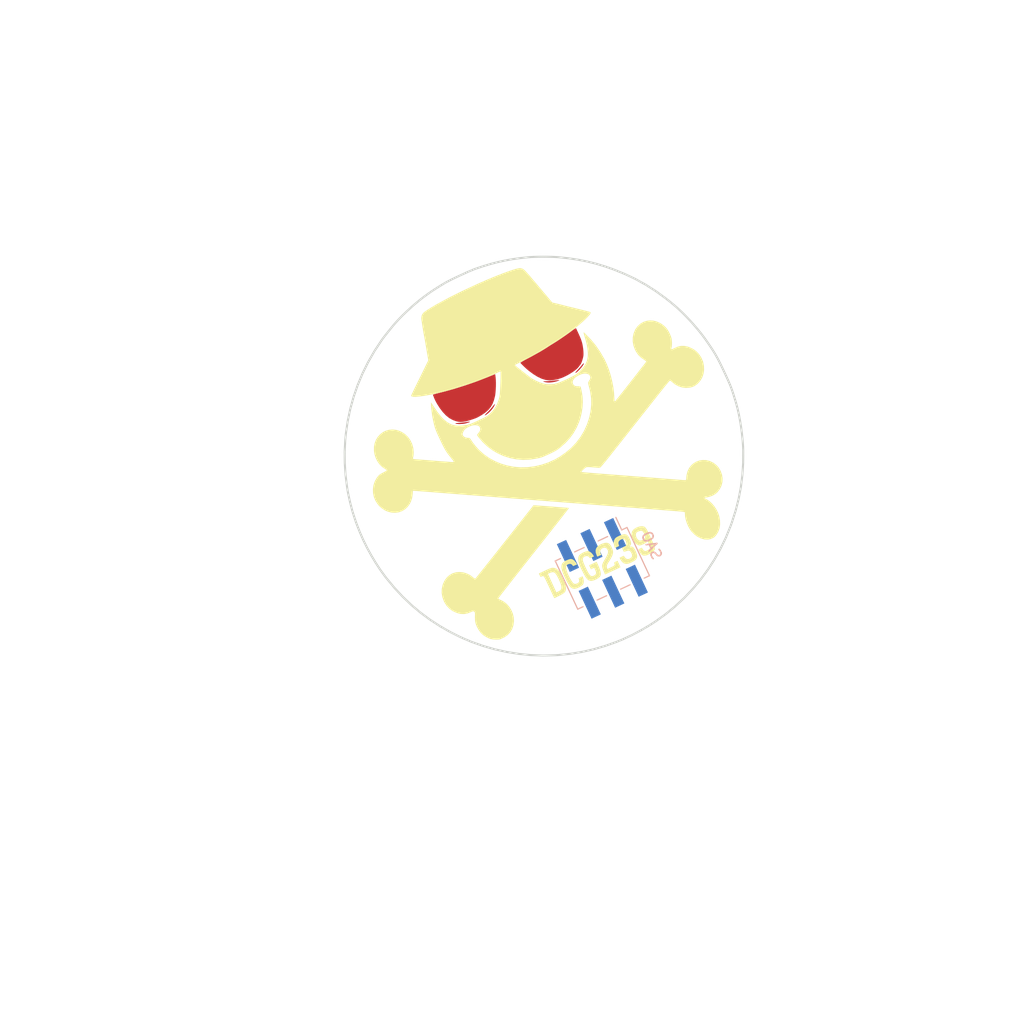
<source format=kicad_pcb>
(kicad_pcb (version 20221018) (generator pcbnew)
  (layers (0 "F.Cu" signal) (31 "B.Cu" signal) (34 "B.Paste" user) (35 "F.Paste" user) (36 "B.SilkS" user "B.Silkscreen") (37 "F.SilkS" user "F.Silkscreen") (38 "B.Mask" user) (39 "F.Mask" user) (44 "Edge.Cuts" user))
  (net 0 "")
  (footprint "LOGO" (layer "F.Cu") (at 153.11 94.55)
    (fp_text reference "G***" hide)
    (fp_text value "LOGO" hide)
    (fp_poly (pts (xy 3.911656 -9.098201) (xy 3.89456 -9.03278) (xy 3.82782 -8.910757) (xy 3.790289 -8.852718) (xy 3.692679 -8.720438) (xy 3.575337 -8.581952) (xy 3.44916 -8.447595) (xy 3.325046 -8.327702) (xy 3.213893 -8.232607) (xy 3.126597 -8.172645) (xy 3.074056 -8.158149) (xy 3.065889 -8.165743) (xy 3.084476 -8.205143) (xy 3.145929 -8.285364) (xy 3.23888 -8.392112) (xy 3.287714 -8.444737) (xy 3.42551 -8.595127) (xy 3.57025 -8.760482) (xy 3.693056 -8.907729) (xy 3.704815 -8.922443) (xy 3.81281 -9.046274) (xy 3.883081 -9.10378)) (fill solid) (layer "F.Cu"))
    (fp_poly (pts (xy -8.591371 -3.248962) (xy -8.456905 -3.266828) (xy -8.292542 -3.278581) (xy -8.083599 -3.294125) (xy -7.85762 -3.317901) (xy -7.657606 -3.345268) (xy -7.625493 -3.350592) (xy -7.472405 -3.37494) (xy -7.343215 -3.391806) (xy -7.261397 -3.398218) (xy -7.252068 -3.397928) (xy -7.227681 -3.384011) (xy -7.264306 -3.355679) (xy -7.348172 -3.318175) (xy -7.465509 -3.276742) (xy -7.602548 -3.236626) (xy -7.745519 -3.203067) (xy -7.782321 -3.195998) (xy -8.035393 -3.16339) (xy -8.288838 -3.154201) (xy -8.511579 -3.169028) (xy -8.579704 -3.18066) (xy -8.65626 -3.204688) (xy -8.658986 -3.227852)) (fill solid) (layer "F.Cu"))
    (fp_poly (pts (xy -4.784394 -5.127513) (xy -4.801509 -5.066737) (xy -4.820284 -5.010964) (xy -4.901785 -4.841652) (xy -5.034714 -4.647905) (xy -5.205645 -4.447387) (xy -5.375369 -4.28068) (xy -5.495348 -4.179721) (xy -5.608464 -4.096678) (xy -5.702235 -4.03903) (xy -5.764173 -4.014257) (xy -5.781794 -4.029839) (xy -5.778634 -4.03908) (xy -5.743249 -4.085457) (xy -5.666244 -4.169314) (xy -5.562186 -4.275004) (xy -5.526279 -4.310175) (xy -5.382721 -4.456519) (xy -5.230284 -4.62277) (xy -5.102122 -4.77275) (xy -5.000431 -4.897052) (xy -4.908831 -5.006574) (xy -4.845235 -5.079934) (xy -4.839851 -5.085816) (xy -4.796286 -5.13047)) (fill solid) (layer "F.Cu"))
    (fp_poly (pts (xy -0.033426 -7.340068) (xy 0.064338 -7.347432) (xy 0.202065 -7.351642) (xy 0.249901 -7.352114) (xy 0.421033 -7.358437) (xy 0.637625 -7.374279) (xy 0.868774 -7.397064) (xy 1.036596 -7.417637) (xy 1.21724 -7.440863) (xy 1.3671 -7.457736) (xy 1.471279 -7.466748) (xy 1.514877 -7.466395) (xy 1.515278 -7.465975) (xy 1.490409 -7.437117) (xy 1.40752 -7.397226) (xy 1.283983 -7.352416) (xy 1.137173 -7.3088) (xy 0.984466 -7.272492) (xy 0.942237 -7.264326) (xy 0.764281 -7.238765) (xy 0.580077 -7.223) (xy 0.446292 -7.220309) (xy 0.309136 -7.230859) (xy 0.168897 -7.251266) (xy 0.045321 -7.277325) (xy -0.041849 -7.304834) (xy -0.072866 -7.329586) (xy -0.072549 -7.330787)) (fill solid) (layer "F.Cu"))
    (fp_poly (pts (xy -10.686588 -6.088842) (xy -10.586504 -6.117395) (xy -10.430365 -6.159239) (xy -10.237243 -6.209374) (xy -10.02621 -6.262802) (xy -9.960625 -6.27913) (xy -8.89003 -6.567567) (xy -7.783004 -6.910345) (xy -6.653222 -7.302919) (xy -5.514361 -7.740742) (xy -5.297771 -7.828796) (xy -5.112342 -7.904209) (xy -4.954842 -7.967058) (xy -4.837831 -8.012427) (xy -4.773863 -8.035398) (xy -4.765701 -8.037078) (xy -4.759413 -7.997668) (xy -4.746068 -7.90002) (xy -4.728166 -7.762624) (xy -4.72165 -7.711434) (xy -4.701102 -7.466594) (xy -4.692865 -7.173493) (xy -4.696146 -6.855056) (xy -4.710149 -6.534207) (xy -4.734078 -6.233869) (xy -4.767139 -5.97697) (xy -4.785198 -5.879675) (xy -4.890173 -5.473659) (xy -5.025585 -5.124763) (xy -5.200092 -4.821318) (xy -5.422351 -4.551658) (xy -5.701017 -4.304114) (xy -6.044749 -4.06702) (xy -6.198636 -3.974677) (xy -6.353792 -3.885062) (xy -6.467861 -3.822078) (xy -6.564969 -3.774637) (xy -6.66924 -3.73165) (xy -6.804802 -3.682027) (xy -6.936328 -3.635611) (xy -7.308077 -3.512574) (xy -7.626003 -3.426912) (xy -7.903728 -3.378191) (xy -8.154875 -3.365971) (xy -8.393065 -3.389815) (xy -8.63192 -3.449288) (xy -8.88506 -3.54395) (xy -8.947639 -3.571054) (xy -9.269404 -3.751676) (xy -9.58508 -4.00645) (xy -9.895461 -4.336197) (xy -10.201341 -4.741739) (xy -10.438897 -5.113855) (xy -10.542678 -5.29924) (xy -10.643949 -5.499992) (xy -10.726413 -5.6831) (xy -10.752033 -5.74819) (xy -10.858112 -6.035998)) (fill solid) (layer "F.Cu"))
    (fp_poly (pts (xy 3.140254 -12.534465) (xy 3.407174 -11.955087) (xy 3.54874 -11.634587) (xy 3.655699 -11.357153) (xy 3.734507 -11.100337) (xy 3.791619 -10.84169) (xy 3.83349 -10.558762) (xy 3.848931 -10.419022) (xy 3.863006 -10.233217) (xy 3.86911 -10.047447) (xy 3.866262 -9.896305) (xy 3.864389 -9.871686) (xy 3.841511 -9.728403) (xy 3.799782 -9.556505) (xy 3.745828 -9.376066) (xy 3.686282 -9.207166) (xy 3.627771 -9.069879) (xy 3.576925 -8.98428) (xy 3.568363 -8.975225) (xy 3.508645 -8.90601) (xy 3.436924 -8.804441) (xy 3.416948 -8.772843) (xy 3.310563 -8.641884) (xy 3.144933 -8.491088) (xy 2.932847 -8.328718) (xy 2.687096 -8.163036) (xy 2.420468 -8.002305) (xy 2.145753 -7.854787) (xy 1.875741 -7.728745) (xy 1.6839 -7.653237) (xy 1.531839 -7.601362) (xy 1.392691 -7.557855) (xy 1.29562 -7.531817) (xy 1.292887 -7.531239) (xy 1.087945 -7.489558) (xy 0.944999 -7.462998) (xy 0.850656 -7.449508) (xy 0.791521 -7.447037) (xy 0.765363 -7.450425) (xy 0.719143 -7.450949) (xy 0.716207 -7.441494) (xy 0.68743 -7.430298) (xy 0.602258 -7.425072) (xy 0.518837 -7.425891) (xy 0.163698 -7.473125) (xy -0.21574 -7.591626) (xy -0.616908 -7.780157) (xy -1.037237 -8.037482) (xy -1.474158 -8.362364) (xy -1.541588 -8.417359) (xy -1.682357 -8.537799) (xy -1.833267 -8.674031) (xy -1.981766 -8.813864) (xy -2.115302 -8.945116) (xy -2.22132 -9.055597) (xy -2.287268 -9.133121) (xy -2.300647 -9.154265) (xy -2.272158 -9.180381) (xy -2.184261 -9.236794) (xy -2.046172 -9.318165) (xy -1.867103 -9.419158) (xy -1.656268 -9.534433) (xy -1.503021 -9.616368) (xy -1.069512 -9.848243) (xy -0.694071 -10.053933) (xy -0.364852 -10.24029) (xy -0.070013 -10.414162) (xy 0.20229 -10.582398) (xy 0.463901 -10.751849) (xy 0.487603 -10.767577) (xy 0.628056 -10.858462) (xy 0.800138 -10.966297) (xy 0.968691 -11.069079) (xy 0.982904 -11.07758) (xy 1.143031 -11.177068) (xy 1.349964 -11.311425) (xy 1.588053 -11.46994) (xy 1.841645 -11.6419) (xy 2.095089 -11.816594) (xy 2.332732 -11.983313) (xy 2.538925 -12.131343) (xy 2.698013 -12.249973) (xy 2.712971 -12.26155) (xy 2.842095 -12.358451) (xy 2.958411 -12.439498) (xy 3.040557 -12.489946) (xy 3.051814 -12.495426)) (fill solid) (layer "F.Cu"))
    (fp_poly (pts (xy -7.74231 -17.901369) (xy -7.426089 -18.042424) (xy -7.139337 -18.166432) (xy -6.89465 -18.267519) (xy -6.704621 -18.339806) (xy -6.69255 -18.344033) (xy -5.918397 -18.601817) (xy -5.188618 -18.820331) (xy -4.483674 -19.003832) (xy -3.784033 -19.156576) (xy -3.070159 -19.282819) (xy -2.322516 -19.386816) (xy -1.521571 -19.472824) (xy -1.503629 -19.474506) (xy -1.2253 -19.494449) (xy -0.887989 -19.508883) (xy -0.509838 -19.517808) (xy -0.10899 -19.521234) (xy 0.296414 -19.519164) (xy 0.688232 -19.511604) (xy 1.048319 -19.498558) (xy 1.358537 -19.480033) (xy 1.436345 -19.473657) (xy 2.408371 -19.369798) (xy 3.326459 -19.232998) (xy 4.208351 -19.059308) (xy 5.071789 -18.844777) (xy 5.934516 -18.585456) (xy 6.814274 -18.277394) (xy 6.82115 -18.274827) (xy 7.921724 -17.82806) (xy 8.970767 -17.328175) (xy 9.977364 -16.770057) (xy 10.9506 -16.14859) (xy 11.899562 -15.458658) (xy 12.097725 -15.303713) (xy 12.29557 -15.146724) (xy 12.451733 -15.021374) (xy 12.584975 -14.911956) (xy 12.714068 -14.802764) (xy 12.857774 -14.678093) (xy 13.034861 -14.522234) (xy 13.096007 -14.468192) (xy 13.45586 -14.13487) (xy 13.841637 -13.750539) (xy 14.239608 -13.330576) (xy 14.636048 -12.890352) (xy 15.017228 -12.445241) (xy 15.369418 -12.010615) (xy 15.678893 -11.60185) (xy 15.771893 -11.471566) (xy 16.042356 -11.083404) (xy 16.274379 -10.743418) (xy 16.475887 -10.43791) (xy 16.654806 -10.153181) (xy 16.819061 -9.875533) (xy 16.976582 -9.591267) (xy 17.135292 -9.286682) (xy 17.303118 -8.948081) (xy 17.487987 -8.561764) (xy 17.628149 -8.263387) (xy 17.807615 -7.877521) (xy 17.958976 -7.546213) (xy 18.087668 -7.25509) (xy 18.199129 -6.989773) (xy 18.298795 -6.73589) (xy 18.392101 -6.479064) (xy 18.484484 -6.204919) (xy 18.581382 -5.89908) (xy 18.688229 -5.547172) (xy 18.80752 -5.144815) (xy 18.939706 -4.649389) (xy 19.063688 -4.094286) (xy 19.176869 -3.496946) (xy 19.276652 -2.874811) (xy 19.360442 -2.245322) (xy 19.425639 -1.625917) (xy 19.469648 -1.03404) (xy 19.488302 -0.572665) (xy 19.481404 0.645529) (xy 19.404985 1.834991) (xy 19.257762 3.003347) (xy 19.038452 4.158226) (xy 18.745773 5.307255) (xy 18.378442 6.458062) (xy 18.242761 6.833757) (xy 17.788015 7.948965) (xy 17.265083 9.031338) (xy 16.676706 10.077548) (xy 16.025625 11.084267) (xy 15.314581 12.048168) (xy 14.546312 12.965921) (xy 13.723562 13.834199) (xy 12.84907 14.649675) (xy 11.925576 15.409017) (xy 10.955821 16.108901) (xy 10.213429 16.584514) (xy 9.399813 17.056056) (xy 8.587648 17.481864) (xy 7.790817 17.854991) (xy 7.135587 18.125668) (xy 6.004336 18.527412) (xy 4.880342 18.855673) (xy 3.754275 19.112489) (xy 2.616811 19.299901) (xy 1.458623 19.419945) (xy 1.109905 19.442888) (xy -0.081529 19.473324) (xy -1.27585 19.429129) (xy -2.467327 19.31156) (xy -3.65023 19.121875) (xy -4.818827 18.861331) (xy -5.967387 18.531185) (xy -7.090181 18.132695) (xy -8.181476 17.667117) (xy -9.119601 17.198419) (xy -10.166786 16.599571) (xy -11.154647 15.956534) (xy -12.088568 15.264707) (xy -12.973929 14.51949) (xy -13.816113 13.716282) (xy -14.620502 12.850481) (xy -15.392478 11.917487) (xy -15.577222 11.678212) (xy -16.025785 11.055838) (xy -16.46956 10.375818) (xy -16.897525 9.65757) (xy -17.298663 8.92052) (xy -17.661958 8.184088) (xy -17.976388 7.467695) (xy -18.002867 7.402505) (xy -18.104134 7.148745) (xy -18.201812 6.899211) (xy -18.289858 6.669706) (xy -18.362226 6.476028) (xy -18.412874 6.33398) (xy -18.421741 6.307448) (xy -18.516575 6.016815) (xy -18.590472 5.789339) (xy -18.646666 5.614726) (xy -18.688386 5.482688) (xy -18.718866 5.382931) (xy -18.741337 5.305165) (xy -18.75903 5.2391) (xy -18.766455 5.209803) (xy -18.800577 5.076231) (xy -18.84391 4.910525) (xy -18.875585 4.791461) (xy -18.912747 4.650616) (xy -18.94585 4.518173) (xy -18.980335 4.371169) (xy -19.021643 4.186639) (xy -19.055359 4.032811) (xy -19.107867 3.789675) (xy -19.145774 3.608015) (xy -19.171898 3.473972) (xy -19.188042 3.380174) (xy -19.203237 3.283398) (xy -19.225782 3.139694) (xy -19.251057 2.978525) (xy -19.253522 2.962806) (xy -19.396465 1.826776) (xy -19.47296 0.674734) (xy -19.48267 -0.478149) (xy -19.425259 -1.616709) (xy -19.367945 -2.205289) (xy -19.189654 -3.430666) (xy -18.937485 -4.633534) (xy -18.611835 -5.812859) (xy -18.213105 -6.967608) (xy -17.741694 -8.096751) (xy -17.198001 -9.199252) (xy -16.582427 -10.274081) (xy -15.89537 -11.320205) (xy -15.779142 -11.484421) (xy -15.708816 -11.578642) (xy -15.599672 -11.719879) (xy -15.461918 -11.895354) (xy -15.305765 -12.092291) (xy -15.141424 -12.297916) (xy -14.979103 -12.499454) (xy -14.829013 -12.684128) (xy -14.701363 -12.839163) (xy -14.607294 -12.95071) (xy -14.246237 -13.349836) (xy -13.833806 -13.772552) (xy -13.385904 -14.20434) (xy -12.918438 -14.630683) (xy -12.44731 -15.037062) (xy -11.988427 -15.408962) (xy -11.570268 -15.722874) (xy -11.436095 -15.81901) (xy -11.301327 -15.915677) (xy -11.234612 -15.963587) (xy -10.963475 -16.151652) (xy -10.635913 -16.366477) (xy -10.247921 -16.610626) (xy -9.795492 -16.88666) (xy -9.723117 -16.930196) (xy -9.55324 -17.026069) (xy -9.324673 -17.146024) (xy -9.050014 -17.284184) (xy -8.741853 -17.434674) (xy -8.412786 -17.591618) (xy -8.075407 -17.749141)) (stroke (width 0.2)) (fill none) (layer "Edge.Cuts"))
  )
  (footprint "Connector_PinSocket_2.54mm:PinSocket_2x03_P2.54mm_Vertical_SMD" (layer "B.Cu") (at 158.825002 105.496104 115)
    (fp_text reference "SAO" (at 0 5.31 115) (layer "B.SilkS") (effects (justify mirror)))
    (fp_text value "Conn_02x03_Top_Bottom" hide)
    (pad "1" smd rect (at 2.52 2.54 115) (size 3 1) (layers "B.Cu" "B.Paste" "B.Mask"))
    (pad "2" smd rect (at -2.52 2.54 115) (size 3 1) (layers "B.Cu" "B.Paste" "B.Mask"))
    (pad "3" smd rect (at 2.52 0 115) (size 3 1) (layers "B.Cu" "B.Paste" "B.Mask"))
    (pad "4" smd rect (at -2.52 0 115) (size 3 1) (layers "B.Cu" "B.Paste" "B.Mask"))
    (pad "5" smd rect (at 2.52 -2.54 115) (size 3 1) (layers "B.Cu" "B.Paste" "B.Mask"))
    (pad "6" smd rect (at -2.52 -2.54 115) (size 3 1) (layers "B.Cu" "B.Paste" "B.Mask"))
  )
)
</source>
